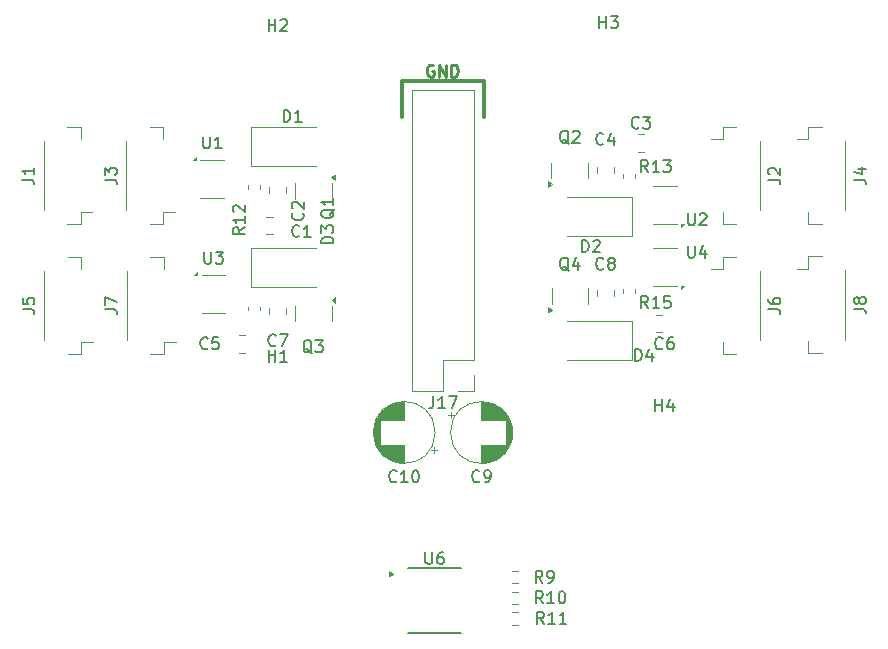
<source format=gbr>
%TF.GenerationSoftware,KiCad,Pcbnew,8.0.1*%
%TF.CreationDate,2024-04-19T02:09:13-07:00*%
%TF.ProjectId,CMOD_A7_Lower,434d4f44-5f41-4375-9f4c-6f7765722e6b,rev?*%
%TF.SameCoordinates,Original*%
%TF.FileFunction,Legend,Top*%
%TF.FilePolarity,Positive*%
%FSLAX46Y46*%
G04 Gerber Fmt 4.6, Leading zero omitted, Abs format (unit mm)*
G04 Created by KiCad (PCBNEW 8.0.1) date 2024-04-19 02:09:13*
%MOMM*%
%LPD*%
G01*
G04 APERTURE LIST*
%ADD10C,0.300000*%
%ADD11C,0.250000*%
%ADD12C,0.150000*%
%ADD13C,0.120000*%
G04 APERTURE END LIST*
D10*
X82500000Y-74500000D02*
X89500000Y-74500000D01*
X82500000Y-74500000D02*
X82500000Y-77500000D01*
X89500000Y-74500000D02*
X89500000Y-77500000D01*
D11*
X85176377Y-73162238D02*
X85081139Y-73114619D01*
X85081139Y-73114619D02*
X84938282Y-73114619D01*
X84938282Y-73114619D02*
X84795425Y-73162238D01*
X84795425Y-73162238D02*
X84700187Y-73257476D01*
X84700187Y-73257476D02*
X84652568Y-73352714D01*
X84652568Y-73352714D02*
X84604949Y-73543190D01*
X84604949Y-73543190D02*
X84604949Y-73686047D01*
X84604949Y-73686047D02*
X84652568Y-73876523D01*
X84652568Y-73876523D02*
X84700187Y-73971761D01*
X84700187Y-73971761D02*
X84795425Y-74067000D01*
X84795425Y-74067000D02*
X84938282Y-74114619D01*
X84938282Y-74114619D02*
X85033520Y-74114619D01*
X85033520Y-74114619D02*
X85176377Y-74067000D01*
X85176377Y-74067000D02*
X85223996Y-74019380D01*
X85223996Y-74019380D02*
X85223996Y-73686047D01*
X85223996Y-73686047D02*
X85033520Y-73686047D01*
X85652568Y-74114619D02*
X85652568Y-73114619D01*
X85652568Y-73114619D02*
X86223996Y-74114619D01*
X86223996Y-74114619D02*
X86223996Y-73114619D01*
X86700187Y-74114619D02*
X86700187Y-73114619D01*
X86700187Y-73114619D02*
X86938282Y-73114619D01*
X86938282Y-73114619D02*
X87081139Y-73162238D01*
X87081139Y-73162238D02*
X87176377Y-73257476D01*
X87176377Y-73257476D02*
X87223996Y-73352714D01*
X87223996Y-73352714D02*
X87271615Y-73543190D01*
X87271615Y-73543190D02*
X87271615Y-73686047D01*
X87271615Y-73686047D02*
X87223996Y-73876523D01*
X87223996Y-73876523D02*
X87176377Y-73971761D01*
X87176377Y-73971761D02*
X87081139Y-74067000D01*
X87081139Y-74067000D02*
X86938282Y-74114619D01*
X86938282Y-74114619D02*
X86700187Y-74114619D01*
D12*
X71238095Y-98254819D02*
X71238095Y-97254819D01*
X71238095Y-97731009D02*
X71809523Y-97731009D01*
X71809523Y-98254819D02*
X71809523Y-97254819D01*
X72809523Y-98254819D02*
X72238095Y-98254819D01*
X72523809Y-98254819D02*
X72523809Y-97254819D01*
X72523809Y-97254819D02*
X72428571Y-97397676D01*
X72428571Y-97397676D02*
X72333333Y-97492914D01*
X72333333Y-97492914D02*
X72238095Y-97540533D01*
X89083333Y-108359580D02*
X89035714Y-108407200D01*
X89035714Y-108407200D02*
X88892857Y-108454819D01*
X88892857Y-108454819D02*
X88797619Y-108454819D01*
X88797619Y-108454819D02*
X88654762Y-108407200D01*
X88654762Y-108407200D02*
X88559524Y-108311961D01*
X88559524Y-108311961D02*
X88511905Y-108216723D01*
X88511905Y-108216723D02*
X88464286Y-108026247D01*
X88464286Y-108026247D02*
X88464286Y-107883390D01*
X88464286Y-107883390D02*
X88511905Y-107692914D01*
X88511905Y-107692914D02*
X88559524Y-107597676D01*
X88559524Y-107597676D02*
X88654762Y-107502438D01*
X88654762Y-107502438D02*
X88797619Y-107454819D01*
X88797619Y-107454819D02*
X88892857Y-107454819D01*
X88892857Y-107454819D02*
X89035714Y-107502438D01*
X89035714Y-107502438D02*
X89083333Y-107550057D01*
X89559524Y-108454819D02*
X89750000Y-108454819D01*
X89750000Y-108454819D02*
X89845238Y-108407200D01*
X89845238Y-108407200D02*
X89892857Y-108359580D01*
X89892857Y-108359580D02*
X89988095Y-108216723D01*
X89988095Y-108216723D02*
X90035714Y-108026247D01*
X90035714Y-108026247D02*
X90035714Y-107645295D01*
X90035714Y-107645295D02*
X89988095Y-107550057D01*
X89988095Y-107550057D02*
X89940476Y-107502438D01*
X89940476Y-107502438D02*
X89845238Y-107454819D01*
X89845238Y-107454819D02*
X89654762Y-107454819D01*
X89654762Y-107454819D02*
X89559524Y-107502438D01*
X89559524Y-107502438D02*
X89511905Y-107550057D01*
X89511905Y-107550057D02*
X89464286Y-107645295D01*
X89464286Y-107645295D02*
X89464286Y-107883390D01*
X89464286Y-107883390D02*
X89511905Y-107978628D01*
X89511905Y-107978628D02*
X89559524Y-108026247D01*
X89559524Y-108026247D02*
X89654762Y-108073866D01*
X89654762Y-108073866D02*
X89845238Y-108073866D01*
X89845238Y-108073866D02*
X89940476Y-108026247D01*
X89940476Y-108026247D02*
X89988095Y-107978628D01*
X89988095Y-107978628D02*
X90035714Y-107883390D01*
X103357142Y-93704819D02*
X103023809Y-93228628D01*
X102785714Y-93704819D02*
X102785714Y-92704819D01*
X102785714Y-92704819D02*
X103166666Y-92704819D01*
X103166666Y-92704819D02*
X103261904Y-92752438D01*
X103261904Y-92752438D02*
X103309523Y-92800057D01*
X103309523Y-92800057D02*
X103357142Y-92895295D01*
X103357142Y-92895295D02*
X103357142Y-93038152D01*
X103357142Y-93038152D02*
X103309523Y-93133390D01*
X103309523Y-93133390D02*
X103261904Y-93181009D01*
X103261904Y-93181009D02*
X103166666Y-93228628D01*
X103166666Y-93228628D02*
X102785714Y-93228628D01*
X104309523Y-93704819D02*
X103738095Y-93704819D01*
X104023809Y-93704819D02*
X104023809Y-92704819D01*
X104023809Y-92704819D02*
X103928571Y-92847676D01*
X103928571Y-92847676D02*
X103833333Y-92942914D01*
X103833333Y-92942914D02*
X103738095Y-92990533D01*
X105214285Y-92704819D02*
X104738095Y-92704819D01*
X104738095Y-92704819D02*
X104690476Y-93181009D01*
X104690476Y-93181009D02*
X104738095Y-93133390D01*
X104738095Y-93133390D02*
X104833333Y-93085771D01*
X104833333Y-93085771D02*
X105071428Y-93085771D01*
X105071428Y-93085771D02*
X105166666Y-93133390D01*
X105166666Y-93133390D02*
X105214285Y-93181009D01*
X105214285Y-93181009D02*
X105261904Y-93276247D01*
X105261904Y-93276247D02*
X105261904Y-93514342D01*
X105261904Y-93514342D02*
X105214285Y-93609580D01*
X105214285Y-93609580D02*
X105166666Y-93657200D01*
X105166666Y-93657200D02*
X105071428Y-93704819D01*
X105071428Y-93704819D02*
X104833333Y-93704819D01*
X104833333Y-93704819D02*
X104738095Y-93657200D01*
X104738095Y-93657200D02*
X104690476Y-93609580D01*
X85170476Y-101194819D02*
X85170476Y-101909104D01*
X85170476Y-101909104D02*
X85122857Y-102051961D01*
X85122857Y-102051961D02*
X85027619Y-102147200D01*
X85027619Y-102147200D02*
X84884762Y-102194819D01*
X84884762Y-102194819D02*
X84789524Y-102194819D01*
X86170476Y-102194819D02*
X85599048Y-102194819D01*
X85884762Y-102194819D02*
X85884762Y-101194819D01*
X85884762Y-101194819D02*
X85789524Y-101337676D01*
X85789524Y-101337676D02*
X85694286Y-101432914D01*
X85694286Y-101432914D02*
X85599048Y-101480533D01*
X86503810Y-101194819D02*
X87170476Y-101194819D01*
X87170476Y-101194819D02*
X86741905Y-102194819D01*
X71833333Y-96859580D02*
X71785714Y-96907200D01*
X71785714Y-96907200D02*
X71642857Y-96954819D01*
X71642857Y-96954819D02*
X71547619Y-96954819D01*
X71547619Y-96954819D02*
X71404762Y-96907200D01*
X71404762Y-96907200D02*
X71309524Y-96811961D01*
X71309524Y-96811961D02*
X71261905Y-96716723D01*
X71261905Y-96716723D02*
X71214286Y-96526247D01*
X71214286Y-96526247D02*
X71214286Y-96383390D01*
X71214286Y-96383390D02*
X71261905Y-96192914D01*
X71261905Y-96192914D02*
X71309524Y-96097676D01*
X71309524Y-96097676D02*
X71404762Y-96002438D01*
X71404762Y-96002438D02*
X71547619Y-95954819D01*
X71547619Y-95954819D02*
X71642857Y-95954819D01*
X71642857Y-95954819D02*
X71785714Y-96002438D01*
X71785714Y-96002438D02*
X71833333Y-96050057D01*
X72166667Y-95954819D02*
X72833333Y-95954819D01*
X72833333Y-95954819D02*
X72404762Y-96954819D01*
X69204819Y-86892857D02*
X68728628Y-87226190D01*
X69204819Y-87464285D02*
X68204819Y-87464285D01*
X68204819Y-87464285D02*
X68204819Y-87083333D01*
X68204819Y-87083333D02*
X68252438Y-86988095D01*
X68252438Y-86988095D02*
X68300057Y-86940476D01*
X68300057Y-86940476D02*
X68395295Y-86892857D01*
X68395295Y-86892857D02*
X68538152Y-86892857D01*
X68538152Y-86892857D02*
X68633390Y-86940476D01*
X68633390Y-86940476D02*
X68681009Y-86988095D01*
X68681009Y-86988095D02*
X68728628Y-87083333D01*
X68728628Y-87083333D02*
X68728628Y-87464285D01*
X69204819Y-85940476D02*
X69204819Y-86511904D01*
X69204819Y-86226190D02*
X68204819Y-86226190D01*
X68204819Y-86226190D02*
X68347676Y-86321428D01*
X68347676Y-86321428D02*
X68442914Y-86416666D01*
X68442914Y-86416666D02*
X68490533Y-86511904D01*
X68300057Y-85559523D02*
X68252438Y-85511904D01*
X68252438Y-85511904D02*
X68204819Y-85416666D01*
X68204819Y-85416666D02*
X68204819Y-85178571D01*
X68204819Y-85178571D02*
X68252438Y-85083333D01*
X68252438Y-85083333D02*
X68300057Y-85035714D01*
X68300057Y-85035714D02*
X68395295Y-84988095D01*
X68395295Y-84988095D02*
X68490533Y-84988095D01*
X68490533Y-84988095D02*
X68633390Y-85035714D01*
X68633390Y-85035714D02*
X69204819Y-85607142D01*
X69204819Y-85607142D02*
X69204819Y-84988095D01*
X103988095Y-102454819D02*
X103988095Y-101454819D01*
X103988095Y-101931009D02*
X104559523Y-101931009D01*
X104559523Y-102454819D02*
X104559523Y-101454819D01*
X105464285Y-101788152D02*
X105464285Y-102454819D01*
X105226190Y-101407200D02*
X104988095Y-102121485D01*
X104988095Y-102121485D02*
X105607142Y-102121485D01*
X106738095Y-85704819D02*
X106738095Y-86514342D01*
X106738095Y-86514342D02*
X106785714Y-86609580D01*
X106785714Y-86609580D02*
X106833333Y-86657200D01*
X106833333Y-86657200D02*
X106928571Y-86704819D01*
X106928571Y-86704819D02*
X107119047Y-86704819D01*
X107119047Y-86704819D02*
X107214285Y-86657200D01*
X107214285Y-86657200D02*
X107261904Y-86609580D01*
X107261904Y-86609580D02*
X107309523Y-86514342D01*
X107309523Y-86514342D02*
X107309523Y-85704819D01*
X107738095Y-85800057D02*
X107785714Y-85752438D01*
X107785714Y-85752438D02*
X107880952Y-85704819D01*
X107880952Y-85704819D02*
X108119047Y-85704819D01*
X108119047Y-85704819D02*
X108214285Y-85752438D01*
X108214285Y-85752438D02*
X108261904Y-85800057D01*
X108261904Y-85800057D02*
X108309523Y-85895295D01*
X108309523Y-85895295D02*
X108309523Y-85990533D01*
X108309523Y-85990533D02*
X108261904Y-86133390D01*
X108261904Y-86133390D02*
X107690476Y-86704819D01*
X107690476Y-86704819D02*
X108309523Y-86704819D01*
X50354819Y-82833333D02*
X51069104Y-82833333D01*
X51069104Y-82833333D02*
X51211961Y-82880952D01*
X51211961Y-82880952D02*
X51307200Y-82976190D01*
X51307200Y-82976190D02*
X51354819Y-83119047D01*
X51354819Y-83119047D02*
X51354819Y-83214285D01*
X51354819Y-81833333D02*
X51354819Y-82404761D01*
X51354819Y-82119047D02*
X50354819Y-82119047D01*
X50354819Y-82119047D02*
X50497676Y-82214285D01*
X50497676Y-82214285D02*
X50592914Y-82309523D01*
X50592914Y-82309523D02*
X50640533Y-82404761D01*
X57354819Y-82833333D02*
X58069104Y-82833333D01*
X58069104Y-82833333D02*
X58211961Y-82880952D01*
X58211961Y-82880952D02*
X58307200Y-82976190D01*
X58307200Y-82976190D02*
X58354819Y-83119047D01*
X58354819Y-83119047D02*
X58354819Y-83214285D01*
X57354819Y-82452380D02*
X57354819Y-81833333D01*
X57354819Y-81833333D02*
X57735771Y-82166666D01*
X57735771Y-82166666D02*
X57735771Y-82023809D01*
X57735771Y-82023809D02*
X57783390Y-81928571D01*
X57783390Y-81928571D02*
X57831009Y-81880952D01*
X57831009Y-81880952D02*
X57926247Y-81833333D01*
X57926247Y-81833333D02*
X58164342Y-81833333D01*
X58164342Y-81833333D02*
X58259580Y-81880952D01*
X58259580Y-81880952D02*
X58307200Y-81928571D01*
X58307200Y-81928571D02*
X58354819Y-82023809D01*
X58354819Y-82023809D02*
X58354819Y-82309523D01*
X58354819Y-82309523D02*
X58307200Y-82404761D01*
X58307200Y-82404761D02*
X58259580Y-82452380D01*
X97761905Y-88954819D02*
X97761905Y-87954819D01*
X97761905Y-87954819D02*
X98000000Y-87954819D01*
X98000000Y-87954819D02*
X98142857Y-88002438D01*
X98142857Y-88002438D02*
X98238095Y-88097676D01*
X98238095Y-88097676D02*
X98285714Y-88192914D01*
X98285714Y-88192914D02*
X98333333Y-88383390D01*
X98333333Y-88383390D02*
X98333333Y-88526247D01*
X98333333Y-88526247D02*
X98285714Y-88716723D01*
X98285714Y-88716723D02*
X98238095Y-88811961D01*
X98238095Y-88811961D02*
X98142857Y-88907200D01*
X98142857Y-88907200D02*
X98000000Y-88954819D01*
X98000000Y-88954819D02*
X97761905Y-88954819D01*
X98714286Y-88050057D02*
X98761905Y-88002438D01*
X98761905Y-88002438D02*
X98857143Y-87954819D01*
X98857143Y-87954819D02*
X99095238Y-87954819D01*
X99095238Y-87954819D02*
X99190476Y-88002438D01*
X99190476Y-88002438D02*
X99238095Y-88050057D01*
X99238095Y-88050057D02*
X99285714Y-88145295D01*
X99285714Y-88145295D02*
X99285714Y-88240533D01*
X99285714Y-88240533D02*
X99238095Y-88383390D01*
X99238095Y-88383390D02*
X98666667Y-88954819D01*
X98666667Y-88954819D02*
X99285714Y-88954819D01*
X96654761Y-79800057D02*
X96559523Y-79752438D01*
X96559523Y-79752438D02*
X96464285Y-79657200D01*
X96464285Y-79657200D02*
X96321428Y-79514342D01*
X96321428Y-79514342D02*
X96226190Y-79466723D01*
X96226190Y-79466723D02*
X96130952Y-79466723D01*
X96178571Y-79704819D02*
X96083333Y-79657200D01*
X96083333Y-79657200D02*
X95988095Y-79561961D01*
X95988095Y-79561961D02*
X95940476Y-79371485D01*
X95940476Y-79371485D02*
X95940476Y-79038152D01*
X95940476Y-79038152D02*
X95988095Y-78847676D01*
X95988095Y-78847676D02*
X96083333Y-78752438D01*
X96083333Y-78752438D02*
X96178571Y-78704819D01*
X96178571Y-78704819D02*
X96369047Y-78704819D01*
X96369047Y-78704819D02*
X96464285Y-78752438D01*
X96464285Y-78752438D02*
X96559523Y-78847676D01*
X96559523Y-78847676D02*
X96607142Y-79038152D01*
X96607142Y-79038152D02*
X96607142Y-79371485D01*
X96607142Y-79371485D02*
X96559523Y-79561961D01*
X96559523Y-79561961D02*
X96464285Y-79657200D01*
X96464285Y-79657200D02*
X96369047Y-79704819D01*
X96369047Y-79704819D02*
X96178571Y-79704819D01*
X96988095Y-78800057D02*
X97035714Y-78752438D01*
X97035714Y-78752438D02*
X97130952Y-78704819D01*
X97130952Y-78704819D02*
X97369047Y-78704819D01*
X97369047Y-78704819D02*
X97464285Y-78752438D01*
X97464285Y-78752438D02*
X97511904Y-78800057D01*
X97511904Y-78800057D02*
X97559523Y-78895295D01*
X97559523Y-78895295D02*
X97559523Y-78990533D01*
X97559523Y-78990533D02*
X97511904Y-79133390D01*
X97511904Y-79133390D02*
X96940476Y-79704819D01*
X96940476Y-79704819D02*
X97559523Y-79704819D01*
X120804819Y-82833333D02*
X121519104Y-82833333D01*
X121519104Y-82833333D02*
X121661961Y-82880952D01*
X121661961Y-82880952D02*
X121757200Y-82976190D01*
X121757200Y-82976190D02*
X121804819Y-83119047D01*
X121804819Y-83119047D02*
X121804819Y-83214285D01*
X121138152Y-81928571D02*
X121804819Y-81928571D01*
X120757200Y-82166666D02*
X121471485Y-82404761D01*
X121471485Y-82404761D02*
X121471485Y-81785714D01*
X65788095Y-88954819D02*
X65788095Y-89764342D01*
X65788095Y-89764342D02*
X65835714Y-89859580D01*
X65835714Y-89859580D02*
X65883333Y-89907200D01*
X65883333Y-89907200D02*
X65978571Y-89954819D01*
X65978571Y-89954819D02*
X66169047Y-89954819D01*
X66169047Y-89954819D02*
X66264285Y-89907200D01*
X66264285Y-89907200D02*
X66311904Y-89859580D01*
X66311904Y-89859580D02*
X66359523Y-89764342D01*
X66359523Y-89764342D02*
X66359523Y-88954819D01*
X66740476Y-88954819D02*
X67359523Y-88954819D01*
X67359523Y-88954819D02*
X67026190Y-89335771D01*
X67026190Y-89335771D02*
X67169047Y-89335771D01*
X67169047Y-89335771D02*
X67264285Y-89383390D01*
X67264285Y-89383390D02*
X67311904Y-89431009D01*
X67311904Y-89431009D02*
X67359523Y-89526247D01*
X67359523Y-89526247D02*
X67359523Y-89764342D01*
X67359523Y-89764342D02*
X67311904Y-89859580D01*
X67311904Y-89859580D02*
X67264285Y-89907200D01*
X67264285Y-89907200D02*
X67169047Y-89954819D01*
X67169047Y-89954819D02*
X66883333Y-89954819D01*
X66883333Y-89954819D02*
X66788095Y-89907200D01*
X66788095Y-89907200D02*
X66740476Y-89859580D01*
X99238095Y-70004819D02*
X99238095Y-69004819D01*
X99238095Y-69481009D02*
X99809523Y-69481009D01*
X99809523Y-70004819D02*
X99809523Y-69004819D01*
X100190476Y-69004819D02*
X100809523Y-69004819D01*
X100809523Y-69004819D02*
X100476190Y-69385771D01*
X100476190Y-69385771D02*
X100619047Y-69385771D01*
X100619047Y-69385771D02*
X100714285Y-69433390D01*
X100714285Y-69433390D02*
X100761904Y-69481009D01*
X100761904Y-69481009D02*
X100809523Y-69576247D01*
X100809523Y-69576247D02*
X100809523Y-69814342D01*
X100809523Y-69814342D02*
X100761904Y-69909580D01*
X100761904Y-69909580D02*
X100714285Y-69957200D01*
X100714285Y-69957200D02*
X100619047Y-70004819D01*
X100619047Y-70004819D02*
X100333333Y-70004819D01*
X100333333Y-70004819D02*
X100238095Y-69957200D01*
X100238095Y-69957200D02*
X100190476Y-69909580D01*
X94420833Y-116954819D02*
X94087500Y-116478628D01*
X93849405Y-116954819D02*
X93849405Y-115954819D01*
X93849405Y-115954819D02*
X94230357Y-115954819D01*
X94230357Y-115954819D02*
X94325595Y-116002438D01*
X94325595Y-116002438D02*
X94373214Y-116050057D01*
X94373214Y-116050057D02*
X94420833Y-116145295D01*
X94420833Y-116145295D02*
X94420833Y-116288152D01*
X94420833Y-116288152D02*
X94373214Y-116383390D01*
X94373214Y-116383390D02*
X94325595Y-116431009D01*
X94325595Y-116431009D02*
X94230357Y-116478628D01*
X94230357Y-116478628D02*
X93849405Y-116478628D01*
X94897024Y-116954819D02*
X95087500Y-116954819D01*
X95087500Y-116954819D02*
X95182738Y-116907200D01*
X95182738Y-116907200D02*
X95230357Y-116859580D01*
X95230357Y-116859580D02*
X95325595Y-116716723D01*
X95325595Y-116716723D02*
X95373214Y-116526247D01*
X95373214Y-116526247D02*
X95373214Y-116145295D01*
X95373214Y-116145295D02*
X95325595Y-116050057D01*
X95325595Y-116050057D02*
X95277976Y-116002438D01*
X95277976Y-116002438D02*
X95182738Y-115954819D01*
X95182738Y-115954819D02*
X94992262Y-115954819D01*
X94992262Y-115954819D02*
X94897024Y-116002438D01*
X94897024Y-116002438D02*
X94849405Y-116050057D01*
X94849405Y-116050057D02*
X94801786Y-116145295D01*
X94801786Y-116145295D02*
X94801786Y-116383390D01*
X94801786Y-116383390D02*
X94849405Y-116478628D01*
X94849405Y-116478628D02*
X94897024Y-116526247D01*
X94897024Y-116526247D02*
X94992262Y-116573866D01*
X94992262Y-116573866D02*
X95182738Y-116573866D01*
X95182738Y-116573866D02*
X95277976Y-116526247D01*
X95277976Y-116526247D02*
X95325595Y-116478628D01*
X95325595Y-116478628D02*
X95373214Y-116383390D01*
X102583333Y-78429580D02*
X102535714Y-78477200D01*
X102535714Y-78477200D02*
X102392857Y-78524819D01*
X102392857Y-78524819D02*
X102297619Y-78524819D01*
X102297619Y-78524819D02*
X102154762Y-78477200D01*
X102154762Y-78477200D02*
X102059524Y-78381961D01*
X102059524Y-78381961D02*
X102011905Y-78286723D01*
X102011905Y-78286723D02*
X101964286Y-78096247D01*
X101964286Y-78096247D02*
X101964286Y-77953390D01*
X101964286Y-77953390D02*
X102011905Y-77762914D01*
X102011905Y-77762914D02*
X102059524Y-77667676D01*
X102059524Y-77667676D02*
X102154762Y-77572438D01*
X102154762Y-77572438D02*
X102297619Y-77524819D01*
X102297619Y-77524819D02*
X102392857Y-77524819D01*
X102392857Y-77524819D02*
X102535714Y-77572438D01*
X102535714Y-77572438D02*
X102583333Y-77620057D01*
X102916667Y-77524819D02*
X103535714Y-77524819D01*
X103535714Y-77524819D02*
X103202381Y-77905771D01*
X103202381Y-77905771D02*
X103345238Y-77905771D01*
X103345238Y-77905771D02*
X103440476Y-77953390D01*
X103440476Y-77953390D02*
X103488095Y-78001009D01*
X103488095Y-78001009D02*
X103535714Y-78096247D01*
X103535714Y-78096247D02*
X103535714Y-78334342D01*
X103535714Y-78334342D02*
X103488095Y-78429580D01*
X103488095Y-78429580D02*
X103440476Y-78477200D01*
X103440476Y-78477200D02*
X103345238Y-78524819D01*
X103345238Y-78524819D02*
X103059524Y-78524819D01*
X103059524Y-78524819D02*
X102964286Y-78477200D01*
X102964286Y-78477200D02*
X102916667Y-78429580D01*
X96654761Y-90550057D02*
X96559523Y-90502438D01*
X96559523Y-90502438D02*
X96464285Y-90407200D01*
X96464285Y-90407200D02*
X96321428Y-90264342D01*
X96321428Y-90264342D02*
X96226190Y-90216723D01*
X96226190Y-90216723D02*
X96130952Y-90216723D01*
X96178571Y-90454819D02*
X96083333Y-90407200D01*
X96083333Y-90407200D02*
X95988095Y-90311961D01*
X95988095Y-90311961D02*
X95940476Y-90121485D01*
X95940476Y-90121485D02*
X95940476Y-89788152D01*
X95940476Y-89788152D02*
X95988095Y-89597676D01*
X95988095Y-89597676D02*
X96083333Y-89502438D01*
X96083333Y-89502438D02*
X96178571Y-89454819D01*
X96178571Y-89454819D02*
X96369047Y-89454819D01*
X96369047Y-89454819D02*
X96464285Y-89502438D01*
X96464285Y-89502438D02*
X96559523Y-89597676D01*
X96559523Y-89597676D02*
X96607142Y-89788152D01*
X96607142Y-89788152D02*
X96607142Y-90121485D01*
X96607142Y-90121485D02*
X96559523Y-90311961D01*
X96559523Y-90311961D02*
X96464285Y-90407200D01*
X96464285Y-90407200D02*
X96369047Y-90454819D01*
X96369047Y-90454819D02*
X96178571Y-90454819D01*
X97464285Y-89788152D02*
X97464285Y-90454819D01*
X97226190Y-89407200D02*
X96988095Y-90121485D01*
X96988095Y-90121485D02*
X97607142Y-90121485D01*
X106738095Y-88454819D02*
X106738095Y-89264342D01*
X106738095Y-89264342D02*
X106785714Y-89359580D01*
X106785714Y-89359580D02*
X106833333Y-89407200D01*
X106833333Y-89407200D02*
X106928571Y-89454819D01*
X106928571Y-89454819D02*
X107119047Y-89454819D01*
X107119047Y-89454819D02*
X107214285Y-89407200D01*
X107214285Y-89407200D02*
X107261904Y-89359580D01*
X107261904Y-89359580D02*
X107309523Y-89264342D01*
X107309523Y-89264342D02*
X107309523Y-88454819D01*
X108214285Y-88788152D02*
X108214285Y-89454819D01*
X107976190Y-88407200D02*
X107738095Y-89121485D01*
X107738095Y-89121485D02*
X108357142Y-89121485D01*
X99583333Y-79809580D02*
X99535714Y-79857200D01*
X99535714Y-79857200D02*
X99392857Y-79904819D01*
X99392857Y-79904819D02*
X99297619Y-79904819D01*
X99297619Y-79904819D02*
X99154762Y-79857200D01*
X99154762Y-79857200D02*
X99059524Y-79761961D01*
X99059524Y-79761961D02*
X99011905Y-79666723D01*
X99011905Y-79666723D02*
X98964286Y-79476247D01*
X98964286Y-79476247D02*
X98964286Y-79333390D01*
X98964286Y-79333390D02*
X99011905Y-79142914D01*
X99011905Y-79142914D02*
X99059524Y-79047676D01*
X99059524Y-79047676D02*
X99154762Y-78952438D01*
X99154762Y-78952438D02*
X99297619Y-78904819D01*
X99297619Y-78904819D02*
X99392857Y-78904819D01*
X99392857Y-78904819D02*
X99535714Y-78952438D01*
X99535714Y-78952438D02*
X99583333Y-79000057D01*
X100440476Y-79238152D02*
X100440476Y-79904819D01*
X100202381Y-78857200D02*
X99964286Y-79571485D01*
X99964286Y-79571485D02*
X100583333Y-79571485D01*
X65688095Y-79204819D02*
X65688095Y-80014342D01*
X65688095Y-80014342D02*
X65735714Y-80109580D01*
X65735714Y-80109580D02*
X65783333Y-80157200D01*
X65783333Y-80157200D02*
X65878571Y-80204819D01*
X65878571Y-80204819D02*
X66069047Y-80204819D01*
X66069047Y-80204819D02*
X66164285Y-80157200D01*
X66164285Y-80157200D02*
X66211904Y-80109580D01*
X66211904Y-80109580D02*
X66259523Y-80014342D01*
X66259523Y-80014342D02*
X66259523Y-79204819D01*
X67259523Y-80204819D02*
X66688095Y-80204819D01*
X66973809Y-80204819D02*
X66973809Y-79204819D01*
X66973809Y-79204819D02*
X66878571Y-79347676D01*
X66878571Y-79347676D02*
X66783333Y-79442914D01*
X66783333Y-79442914D02*
X66688095Y-79490533D01*
X57404819Y-93833333D02*
X58119104Y-93833333D01*
X58119104Y-93833333D02*
X58261961Y-93880952D01*
X58261961Y-93880952D02*
X58357200Y-93976190D01*
X58357200Y-93976190D02*
X58404819Y-94119047D01*
X58404819Y-94119047D02*
X58404819Y-94214285D01*
X57404819Y-93452380D02*
X57404819Y-92785714D01*
X57404819Y-92785714D02*
X58404819Y-93214285D01*
X102261905Y-98204819D02*
X102261905Y-97204819D01*
X102261905Y-97204819D02*
X102500000Y-97204819D01*
X102500000Y-97204819D02*
X102642857Y-97252438D01*
X102642857Y-97252438D02*
X102738095Y-97347676D01*
X102738095Y-97347676D02*
X102785714Y-97442914D01*
X102785714Y-97442914D02*
X102833333Y-97633390D01*
X102833333Y-97633390D02*
X102833333Y-97776247D01*
X102833333Y-97776247D02*
X102785714Y-97966723D01*
X102785714Y-97966723D02*
X102738095Y-98061961D01*
X102738095Y-98061961D02*
X102642857Y-98157200D01*
X102642857Y-98157200D02*
X102500000Y-98204819D01*
X102500000Y-98204819D02*
X102261905Y-98204819D01*
X103690476Y-97538152D02*
X103690476Y-98204819D01*
X103452381Y-97157200D02*
X103214286Y-97871485D01*
X103214286Y-97871485D02*
X103833333Y-97871485D01*
X66083333Y-97109580D02*
X66035714Y-97157200D01*
X66035714Y-97157200D02*
X65892857Y-97204819D01*
X65892857Y-97204819D02*
X65797619Y-97204819D01*
X65797619Y-97204819D02*
X65654762Y-97157200D01*
X65654762Y-97157200D02*
X65559524Y-97061961D01*
X65559524Y-97061961D02*
X65511905Y-96966723D01*
X65511905Y-96966723D02*
X65464286Y-96776247D01*
X65464286Y-96776247D02*
X65464286Y-96633390D01*
X65464286Y-96633390D02*
X65511905Y-96442914D01*
X65511905Y-96442914D02*
X65559524Y-96347676D01*
X65559524Y-96347676D02*
X65654762Y-96252438D01*
X65654762Y-96252438D02*
X65797619Y-96204819D01*
X65797619Y-96204819D02*
X65892857Y-96204819D01*
X65892857Y-96204819D02*
X66035714Y-96252438D01*
X66035714Y-96252438D02*
X66083333Y-96300057D01*
X66988095Y-96204819D02*
X66511905Y-96204819D01*
X66511905Y-96204819D02*
X66464286Y-96681009D01*
X66464286Y-96681009D02*
X66511905Y-96633390D01*
X66511905Y-96633390D02*
X66607143Y-96585771D01*
X66607143Y-96585771D02*
X66845238Y-96585771D01*
X66845238Y-96585771D02*
X66940476Y-96633390D01*
X66940476Y-96633390D02*
X66988095Y-96681009D01*
X66988095Y-96681009D02*
X67035714Y-96776247D01*
X67035714Y-96776247D02*
X67035714Y-97014342D01*
X67035714Y-97014342D02*
X66988095Y-97109580D01*
X66988095Y-97109580D02*
X66940476Y-97157200D01*
X66940476Y-97157200D02*
X66845238Y-97204819D01*
X66845238Y-97204819D02*
X66607143Y-97204819D01*
X66607143Y-97204819D02*
X66511905Y-97157200D01*
X66511905Y-97157200D02*
X66464286Y-97109580D01*
X94444642Y-118704819D02*
X94111309Y-118228628D01*
X93873214Y-118704819D02*
X93873214Y-117704819D01*
X93873214Y-117704819D02*
X94254166Y-117704819D01*
X94254166Y-117704819D02*
X94349404Y-117752438D01*
X94349404Y-117752438D02*
X94397023Y-117800057D01*
X94397023Y-117800057D02*
X94444642Y-117895295D01*
X94444642Y-117895295D02*
X94444642Y-118038152D01*
X94444642Y-118038152D02*
X94397023Y-118133390D01*
X94397023Y-118133390D02*
X94349404Y-118181009D01*
X94349404Y-118181009D02*
X94254166Y-118228628D01*
X94254166Y-118228628D02*
X93873214Y-118228628D01*
X95397023Y-118704819D02*
X94825595Y-118704819D01*
X95111309Y-118704819D02*
X95111309Y-117704819D01*
X95111309Y-117704819D02*
X95016071Y-117847676D01*
X95016071Y-117847676D02*
X94920833Y-117942914D01*
X94920833Y-117942914D02*
X94825595Y-117990533D01*
X96016071Y-117704819D02*
X96111309Y-117704819D01*
X96111309Y-117704819D02*
X96206547Y-117752438D01*
X96206547Y-117752438D02*
X96254166Y-117800057D01*
X96254166Y-117800057D02*
X96301785Y-117895295D01*
X96301785Y-117895295D02*
X96349404Y-118085771D01*
X96349404Y-118085771D02*
X96349404Y-118323866D01*
X96349404Y-118323866D02*
X96301785Y-118514342D01*
X96301785Y-118514342D02*
X96254166Y-118609580D01*
X96254166Y-118609580D02*
X96206547Y-118657200D01*
X96206547Y-118657200D02*
X96111309Y-118704819D01*
X96111309Y-118704819D02*
X96016071Y-118704819D01*
X96016071Y-118704819D02*
X95920833Y-118657200D01*
X95920833Y-118657200D02*
X95873214Y-118609580D01*
X95873214Y-118609580D02*
X95825595Y-118514342D01*
X95825595Y-118514342D02*
X95777976Y-118323866D01*
X95777976Y-118323866D02*
X95777976Y-118085771D01*
X95777976Y-118085771D02*
X95825595Y-117895295D01*
X95825595Y-117895295D02*
X95873214Y-117800057D01*
X95873214Y-117800057D02*
X95920833Y-117752438D01*
X95920833Y-117752438D02*
X96016071Y-117704819D01*
X104583333Y-97109580D02*
X104535714Y-97157200D01*
X104535714Y-97157200D02*
X104392857Y-97204819D01*
X104392857Y-97204819D02*
X104297619Y-97204819D01*
X104297619Y-97204819D02*
X104154762Y-97157200D01*
X104154762Y-97157200D02*
X104059524Y-97061961D01*
X104059524Y-97061961D02*
X104011905Y-96966723D01*
X104011905Y-96966723D02*
X103964286Y-96776247D01*
X103964286Y-96776247D02*
X103964286Y-96633390D01*
X103964286Y-96633390D02*
X104011905Y-96442914D01*
X104011905Y-96442914D02*
X104059524Y-96347676D01*
X104059524Y-96347676D02*
X104154762Y-96252438D01*
X104154762Y-96252438D02*
X104297619Y-96204819D01*
X104297619Y-96204819D02*
X104392857Y-96204819D01*
X104392857Y-96204819D02*
X104535714Y-96252438D01*
X104535714Y-96252438D02*
X104583333Y-96300057D01*
X105440476Y-96204819D02*
X105250000Y-96204819D01*
X105250000Y-96204819D02*
X105154762Y-96252438D01*
X105154762Y-96252438D02*
X105107143Y-96300057D01*
X105107143Y-96300057D02*
X105011905Y-96442914D01*
X105011905Y-96442914D02*
X104964286Y-96633390D01*
X104964286Y-96633390D02*
X104964286Y-97014342D01*
X104964286Y-97014342D02*
X105011905Y-97109580D01*
X105011905Y-97109580D02*
X105059524Y-97157200D01*
X105059524Y-97157200D02*
X105154762Y-97204819D01*
X105154762Y-97204819D02*
X105345238Y-97204819D01*
X105345238Y-97204819D02*
X105440476Y-97157200D01*
X105440476Y-97157200D02*
X105488095Y-97109580D01*
X105488095Y-97109580D02*
X105535714Y-97014342D01*
X105535714Y-97014342D02*
X105535714Y-96776247D01*
X105535714Y-96776247D02*
X105488095Y-96681009D01*
X105488095Y-96681009D02*
X105440476Y-96633390D01*
X105440476Y-96633390D02*
X105345238Y-96585771D01*
X105345238Y-96585771D02*
X105154762Y-96585771D01*
X105154762Y-96585771D02*
X105059524Y-96633390D01*
X105059524Y-96633390D02*
X105011905Y-96681009D01*
X105011905Y-96681009D02*
X104964286Y-96776247D01*
X84513095Y-114379819D02*
X84513095Y-115189342D01*
X84513095Y-115189342D02*
X84560714Y-115284580D01*
X84560714Y-115284580D02*
X84608333Y-115332200D01*
X84608333Y-115332200D02*
X84703571Y-115379819D01*
X84703571Y-115379819D02*
X84894047Y-115379819D01*
X84894047Y-115379819D02*
X84989285Y-115332200D01*
X84989285Y-115332200D02*
X85036904Y-115284580D01*
X85036904Y-115284580D02*
X85084523Y-115189342D01*
X85084523Y-115189342D02*
X85084523Y-114379819D01*
X85989285Y-114379819D02*
X85798809Y-114379819D01*
X85798809Y-114379819D02*
X85703571Y-114427438D01*
X85703571Y-114427438D02*
X85655952Y-114475057D01*
X85655952Y-114475057D02*
X85560714Y-114617914D01*
X85560714Y-114617914D02*
X85513095Y-114808390D01*
X85513095Y-114808390D02*
X85513095Y-115189342D01*
X85513095Y-115189342D02*
X85560714Y-115284580D01*
X85560714Y-115284580D02*
X85608333Y-115332200D01*
X85608333Y-115332200D02*
X85703571Y-115379819D01*
X85703571Y-115379819D02*
X85894047Y-115379819D01*
X85894047Y-115379819D02*
X85989285Y-115332200D01*
X85989285Y-115332200D02*
X86036904Y-115284580D01*
X86036904Y-115284580D02*
X86084523Y-115189342D01*
X86084523Y-115189342D02*
X86084523Y-114951247D01*
X86084523Y-114951247D02*
X86036904Y-114856009D01*
X86036904Y-114856009D02*
X85989285Y-114808390D01*
X85989285Y-114808390D02*
X85894047Y-114760771D01*
X85894047Y-114760771D02*
X85703571Y-114760771D01*
X85703571Y-114760771D02*
X85608333Y-114808390D01*
X85608333Y-114808390D02*
X85560714Y-114856009D01*
X85560714Y-114856009D02*
X85513095Y-114951247D01*
X71238095Y-70254819D02*
X71238095Y-69254819D01*
X71238095Y-69731009D02*
X71809523Y-69731009D01*
X71809523Y-70254819D02*
X71809523Y-69254819D01*
X72238095Y-69350057D02*
X72285714Y-69302438D01*
X72285714Y-69302438D02*
X72380952Y-69254819D01*
X72380952Y-69254819D02*
X72619047Y-69254819D01*
X72619047Y-69254819D02*
X72714285Y-69302438D01*
X72714285Y-69302438D02*
X72761904Y-69350057D01*
X72761904Y-69350057D02*
X72809523Y-69445295D01*
X72809523Y-69445295D02*
X72809523Y-69540533D01*
X72809523Y-69540533D02*
X72761904Y-69683390D01*
X72761904Y-69683390D02*
X72190476Y-70254819D01*
X72190476Y-70254819D02*
X72809523Y-70254819D01*
X120804819Y-93783333D02*
X121519104Y-93783333D01*
X121519104Y-93783333D02*
X121661961Y-93830952D01*
X121661961Y-93830952D02*
X121757200Y-93926190D01*
X121757200Y-93926190D02*
X121804819Y-94069047D01*
X121804819Y-94069047D02*
X121804819Y-94164285D01*
X121233390Y-93164285D02*
X121185771Y-93259523D01*
X121185771Y-93259523D02*
X121138152Y-93307142D01*
X121138152Y-93307142D02*
X121042914Y-93354761D01*
X121042914Y-93354761D02*
X120995295Y-93354761D01*
X120995295Y-93354761D02*
X120900057Y-93307142D01*
X120900057Y-93307142D02*
X120852438Y-93259523D01*
X120852438Y-93259523D02*
X120804819Y-93164285D01*
X120804819Y-93164285D02*
X120804819Y-92973809D01*
X120804819Y-92973809D02*
X120852438Y-92878571D01*
X120852438Y-92878571D02*
X120900057Y-92830952D01*
X120900057Y-92830952D02*
X120995295Y-92783333D01*
X120995295Y-92783333D02*
X121042914Y-92783333D01*
X121042914Y-92783333D02*
X121138152Y-92830952D01*
X121138152Y-92830952D02*
X121185771Y-92878571D01*
X121185771Y-92878571D02*
X121233390Y-92973809D01*
X121233390Y-92973809D02*
X121233390Y-93164285D01*
X121233390Y-93164285D02*
X121281009Y-93259523D01*
X121281009Y-93259523D02*
X121328628Y-93307142D01*
X121328628Y-93307142D02*
X121423866Y-93354761D01*
X121423866Y-93354761D02*
X121614342Y-93354761D01*
X121614342Y-93354761D02*
X121709580Y-93307142D01*
X121709580Y-93307142D02*
X121757200Y-93259523D01*
X121757200Y-93259523D02*
X121804819Y-93164285D01*
X121804819Y-93164285D02*
X121804819Y-92973809D01*
X121804819Y-92973809D02*
X121757200Y-92878571D01*
X121757200Y-92878571D02*
X121709580Y-92830952D01*
X121709580Y-92830952D02*
X121614342Y-92783333D01*
X121614342Y-92783333D02*
X121423866Y-92783333D01*
X121423866Y-92783333D02*
X121328628Y-92830952D01*
X121328628Y-92830952D02*
X121281009Y-92878571D01*
X121281009Y-92878571D02*
X121233390Y-92973809D01*
X103357142Y-82204819D02*
X103023809Y-81728628D01*
X102785714Y-82204819D02*
X102785714Y-81204819D01*
X102785714Y-81204819D02*
X103166666Y-81204819D01*
X103166666Y-81204819D02*
X103261904Y-81252438D01*
X103261904Y-81252438D02*
X103309523Y-81300057D01*
X103309523Y-81300057D02*
X103357142Y-81395295D01*
X103357142Y-81395295D02*
X103357142Y-81538152D01*
X103357142Y-81538152D02*
X103309523Y-81633390D01*
X103309523Y-81633390D02*
X103261904Y-81681009D01*
X103261904Y-81681009D02*
X103166666Y-81728628D01*
X103166666Y-81728628D02*
X102785714Y-81728628D01*
X104309523Y-82204819D02*
X103738095Y-82204819D01*
X104023809Y-82204819D02*
X104023809Y-81204819D01*
X104023809Y-81204819D02*
X103928571Y-81347676D01*
X103928571Y-81347676D02*
X103833333Y-81442914D01*
X103833333Y-81442914D02*
X103738095Y-81490533D01*
X104642857Y-81204819D02*
X105261904Y-81204819D01*
X105261904Y-81204819D02*
X104928571Y-81585771D01*
X104928571Y-81585771D02*
X105071428Y-81585771D01*
X105071428Y-81585771D02*
X105166666Y-81633390D01*
X105166666Y-81633390D02*
X105214285Y-81681009D01*
X105214285Y-81681009D02*
X105261904Y-81776247D01*
X105261904Y-81776247D02*
X105261904Y-82014342D01*
X105261904Y-82014342D02*
X105214285Y-82109580D01*
X105214285Y-82109580D02*
X105166666Y-82157200D01*
X105166666Y-82157200D02*
X105071428Y-82204819D01*
X105071428Y-82204819D02*
X104785714Y-82204819D01*
X104785714Y-82204819D02*
X104690476Y-82157200D01*
X104690476Y-82157200D02*
X104642857Y-82109580D01*
X76800057Y-85345238D02*
X76752438Y-85440476D01*
X76752438Y-85440476D02*
X76657200Y-85535714D01*
X76657200Y-85535714D02*
X76514342Y-85678571D01*
X76514342Y-85678571D02*
X76466723Y-85773809D01*
X76466723Y-85773809D02*
X76466723Y-85869047D01*
X76704819Y-85821428D02*
X76657200Y-85916666D01*
X76657200Y-85916666D02*
X76561961Y-86011904D01*
X76561961Y-86011904D02*
X76371485Y-86059523D01*
X76371485Y-86059523D02*
X76038152Y-86059523D01*
X76038152Y-86059523D02*
X75847676Y-86011904D01*
X75847676Y-86011904D02*
X75752438Y-85916666D01*
X75752438Y-85916666D02*
X75704819Y-85821428D01*
X75704819Y-85821428D02*
X75704819Y-85630952D01*
X75704819Y-85630952D02*
X75752438Y-85535714D01*
X75752438Y-85535714D02*
X75847676Y-85440476D01*
X75847676Y-85440476D02*
X76038152Y-85392857D01*
X76038152Y-85392857D02*
X76371485Y-85392857D01*
X76371485Y-85392857D02*
X76561961Y-85440476D01*
X76561961Y-85440476D02*
X76657200Y-85535714D01*
X76657200Y-85535714D02*
X76704819Y-85630952D01*
X76704819Y-85630952D02*
X76704819Y-85821428D01*
X76704819Y-84440476D02*
X76704819Y-85011904D01*
X76704819Y-84726190D02*
X75704819Y-84726190D01*
X75704819Y-84726190D02*
X75847676Y-84821428D01*
X75847676Y-84821428D02*
X75942914Y-84916666D01*
X75942914Y-84916666D02*
X75990533Y-85011904D01*
X76704819Y-88238094D02*
X75704819Y-88238094D01*
X75704819Y-88238094D02*
X75704819Y-87999999D01*
X75704819Y-87999999D02*
X75752438Y-87857142D01*
X75752438Y-87857142D02*
X75847676Y-87761904D01*
X75847676Y-87761904D02*
X75942914Y-87714285D01*
X75942914Y-87714285D02*
X76133390Y-87666666D01*
X76133390Y-87666666D02*
X76276247Y-87666666D01*
X76276247Y-87666666D02*
X76466723Y-87714285D01*
X76466723Y-87714285D02*
X76561961Y-87761904D01*
X76561961Y-87761904D02*
X76657200Y-87857142D01*
X76657200Y-87857142D02*
X76704819Y-87999999D01*
X76704819Y-87999999D02*
X76704819Y-88238094D01*
X75704819Y-87333332D02*
X75704819Y-86714285D01*
X75704819Y-86714285D02*
X76085771Y-87047618D01*
X76085771Y-87047618D02*
X76085771Y-86904761D01*
X76085771Y-86904761D02*
X76133390Y-86809523D01*
X76133390Y-86809523D02*
X76181009Y-86761904D01*
X76181009Y-86761904D02*
X76276247Y-86714285D01*
X76276247Y-86714285D02*
X76514342Y-86714285D01*
X76514342Y-86714285D02*
X76609580Y-86761904D01*
X76609580Y-86761904D02*
X76657200Y-86809523D01*
X76657200Y-86809523D02*
X76704819Y-86904761D01*
X76704819Y-86904761D02*
X76704819Y-87190475D01*
X76704819Y-87190475D02*
X76657200Y-87285713D01*
X76657200Y-87285713D02*
X76609580Y-87333332D01*
X113554819Y-82833333D02*
X114269104Y-82833333D01*
X114269104Y-82833333D02*
X114411961Y-82880952D01*
X114411961Y-82880952D02*
X114507200Y-82976190D01*
X114507200Y-82976190D02*
X114554819Y-83119047D01*
X114554819Y-83119047D02*
X114554819Y-83214285D01*
X113650057Y-82404761D02*
X113602438Y-82357142D01*
X113602438Y-82357142D02*
X113554819Y-82261904D01*
X113554819Y-82261904D02*
X113554819Y-82023809D01*
X113554819Y-82023809D02*
X113602438Y-81928571D01*
X113602438Y-81928571D02*
X113650057Y-81880952D01*
X113650057Y-81880952D02*
X113745295Y-81833333D01*
X113745295Y-81833333D02*
X113840533Y-81833333D01*
X113840533Y-81833333D02*
X113983390Y-81880952D01*
X113983390Y-81880952D02*
X114554819Y-82452380D01*
X114554819Y-82452380D02*
X114554819Y-81833333D01*
X113554819Y-93833333D02*
X114269104Y-93833333D01*
X114269104Y-93833333D02*
X114411961Y-93880952D01*
X114411961Y-93880952D02*
X114507200Y-93976190D01*
X114507200Y-93976190D02*
X114554819Y-94119047D01*
X114554819Y-94119047D02*
X114554819Y-94214285D01*
X113554819Y-92928571D02*
X113554819Y-93119047D01*
X113554819Y-93119047D02*
X113602438Y-93214285D01*
X113602438Y-93214285D02*
X113650057Y-93261904D01*
X113650057Y-93261904D02*
X113792914Y-93357142D01*
X113792914Y-93357142D02*
X113983390Y-93404761D01*
X113983390Y-93404761D02*
X114364342Y-93404761D01*
X114364342Y-93404761D02*
X114459580Y-93357142D01*
X114459580Y-93357142D02*
X114507200Y-93309523D01*
X114507200Y-93309523D02*
X114554819Y-93214285D01*
X114554819Y-93214285D02*
X114554819Y-93023809D01*
X114554819Y-93023809D02*
X114507200Y-92928571D01*
X114507200Y-92928571D02*
X114459580Y-92880952D01*
X114459580Y-92880952D02*
X114364342Y-92833333D01*
X114364342Y-92833333D02*
X114126247Y-92833333D01*
X114126247Y-92833333D02*
X114031009Y-92880952D01*
X114031009Y-92880952D02*
X113983390Y-92928571D01*
X113983390Y-92928571D02*
X113935771Y-93023809D01*
X113935771Y-93023809D02*
X113935771Y-93214285D01*
X113935771Y-93214285D02*
X113983390Y-93309523D01*
X113983390Y-93309523D02*
X114031009Y-93357142D01*
X114031009Y-93357142D02*
X114126247Y-93404761D01*
X50404819Y-93833333D02*
X51119104Y-93833333D01*
X51119104Y-93833333D02*
X51261961Y-93880952D01*
X51261961Y-93880952D02*
X51357200Y-93976190D01*
X51357200Y-93976190D02*
X51404819Y-94119047D01*
X51404819Y-94119047D02*
X51404819Y-94214285D01*
X50404819Y-92880952D02*
X50404819Y-93357142D01*
X50404819Y-93357142D02*
X50881009Y-93404761D01*
X50881009Y-93404761D02*
X50833390Y-93357142D01*
X50833390Y-93357142D02*
X50785771Y-93261904D01*
X50785771Y-93261904D02*
X50785771Y-93023809D01*
X50785771Y-93023809D02*
X50833390Y-92928571D01*
X50833390Y-92928571D02*
X50881009Y-92880952D01*
X50881009Y-92880952D02*
X50976247Y-92833333D01*
X50976247Y-92833333D02*
X51214342Y-92833333D01*
X51214342Y-92833333D02*
X51309580Y-92880952D01*
X51309580Y-92880952D02*
X51357200Y-92928571D01*
X51357200Y-92928571D02*
X51404819Y-93023809D01*
X51404819Y-93023809D02*
X51404819Y-93261904D01*
X51404819Y-93261904D02*
X51357200Y-93357142D01*
X51357200Y-93357142D02*
X51309580Y-93404761D01*
X72511905Y-77954819D02*
X72511905Y-76954819D01*
X72511905Y-76954819D02*
X72750000Y-76954819D01*
X72750000Y-76954819D02*
X72892857Y-77002438D01*
X72892857Y-77002438D02*
X72988095Y-77097676D01*
X72988095Y-77097676D02*
X73035714Y-77192914D01*
X73035714Y-77192914D02*
X73083333Y-77383390D01*
X73083333Y-77383390D02*
X73083333Y-77526247D01*
X73083333Y-77526247D02*
X73035714Y-77716723D01*
X73035714Y-77716723D02*
X72988095Y-77811961D01*
X72988095Y-77811961D02*
X72892857Y-77907200D01*
X72892857Y-77907200D02*
X72750000Y-77954819D01*
X72750000Y-77954819D02*
X72511905Y-77954819D01*
X74035714Y-77954819D02*
X73464286Y-77954819D01*
X73750000Y-77954819D02*
X73750000Y-76954819D01*
X73750000Y-76954819D02*
X73654762Y-77097676D01*
X73654762Y-77097676D02*
X73559524Y-77192914D01*
X73559524Y-77192914D02*
X73464286Y-77240533D01*
X73833333Y-87609580D02*
X73785714Y-87657200D01*
X73785714Y-87657200D02*
X73642857Y-87704819D01*
X73642857Y-87704819D02*
X73547619Y-87704819D01*
X73547619Y-87704819D02*
X73404762Y-87657200D01*
X73404762Y-87657200D02*
X73309524Y-87561961D01*
X73309524Y-87561961D02*
X73261905Y-87466723D01*
X73261905Y-87466723D02*
X73214286Y-87276247D01*
X73214286Y-87276247D02*
X73214286Y-87133390D01*
X73214286Y-87133390D02*
X73261905Y-86942914D01*
X73261905Y-86942914D02*
X73309524Y-86847676D01*
X73309524Y-86847676D02*
X73404762Y-86752438D01*
X73404762Y-86752438D02*
X73547619Y-86704819D01*
X73547619Y-86704819D02*
X73642857Y-86704819D01*
X73642857Y-86704819D02*
X73785714Y-86752438D01*
X73785714Y-86752438D02*
X73833333Y-86800057D01*
X74785714Y-87704819D02*
X74214286Y-87704819D01*
X74500000Y-87704819D02*
X74500000Y-86704819D01*
X74500000Y-86704819D02*
X74404762Y-86847676D01*
X74404762Y-86847676D02*
X74309524Y-86942914D01*
X74309524Y-86942914D02*
X74214286Y-86990533D01*
X74109580Y-85666666D02*
X74157200Y-85714285D01*
X74157200Y-85714285D02*
X74204819Y-85857142D01*
X74204819Y-85857142D02*
X74204819Y-85952380D01*
X74204819Y-85952380D02*
X74157200Y-86095237D01*
X74157200Y-86095237D02*
X74061961Y-86190475D01*
X74061961Y-86190475D02*
X73966723Y-86238094D01*
X73966723Y-86238094D02*
X73776247Y-86285713D01*
X73776247Y-86285713D02*
X73633390Y-86285713D01*
X73633390Y-86285713D02*
X73442914Y-86238094D01*
X73442914Y-86238094D02*
X73347676Y-86190475D01*
X73347676Y-86190475D02*
X73252438Y-86095237D01*
X73252438Y-86095237D02*
X73204819Y-85952380D01*
X73204819Y-85952380D02*
X73204819Y-85857142D01*
X73204819Y-85857142D02*
X73252438Y-85714285D01*
X73252438Y-85714285D02*
X73300057Y-85666666D01*
X73300057Y-85285713D02*
X73252438Y-85238094D01*
X73252438Y-85238094D02*
X73204819Y-85142856D01*
X73204819Y-85142856D02*
X73204819Y-84904761D01*
X73204819Y-84904761D02*
X73252438Y-84809523D01*
X73252438Y-84809523D02*
X73300057Y-84761904D01*
X73300057Y-84761904D02*
X73395295Y-84714285D01*
X73395295Y-84714285D02*
X73490533Y-84714285D01*
X73490533Y-84714285D02*
X73633390Y-84761904D01*
X73633390Y-84761904D02*
X74204819Y-85333332D01*
X74204819Y-85333332D02*
X74204819Y-84714285D01*
X82062255Y-108359580D02*
X82014636Y-108407200D01*
X82014636Y-108407200D02*
X81871779Y-108454819D01*
X81871779Y-108454819D02*
X81776541Y-108454819D01*
X81776541Y-108454819D02*
X81633684Y-108407200D01*
X81633684Y-108407200D02*
X81538446Y-108311961D01*
X81538446Y-108311961D02*
X81490827Y-108216723D01*
X81490827Y-108216723D02*
X81443208Y-108026247D01*
X81443208Y-108026247D02*
X81443208Y-107883390D01*
X81443208Y-107883390D02*
X81490827Y-107692914D01*
X81490827Y-107692914D02*
X81538446Y-107597676D01*
X81538446Y-107597676D02*
X81633684Y-107502438D01*
X81633684Y-107502438D02*
X81776541Y-107454819D01*
X81776541Y-107454819D02*
X81871779Y-107454819D01*
X81871779Y-107454819D02*
X82014636Y-107502438D01*
X82014636Y-107502438D02*
X82062255Y-107550057D01*
X83014636Y-108454819D02*
X82443208Y-108454819D01*
X82728922Y-108454819D02*
X82728922Y-107454819D01*
X82728922Y-107454819D02*
X82633684Y-107597676D01*
X82633684Y-107597676D02*
X82538446Y-107692914D01*
X82538446Y-107692914D02*
X82443208Y-107740533D01*
X83633684Y-107454819D02*
X83728922Y-107454819D01*
X83728922Y-107454819D02*
X83824160Y-107502438D01*
X83824160Y-107502438D02*
X83871779Y-107550057D01*
X83871779Y-107550057D02*
X83919398Y-107645295D01*
X83919398Y-107645295D02*
X83967017Y-107835771D01*
X83967017Y-107835771D02*
X83967017Y-108073866D01*
X83967017Y-108073866D02*
X83919398Y-108264342D01*
X83919398Y-108264342D02*
X83871779Y-108359580D01*
X83871779Y-108359580D02*
X83824160Y-108407200D01*
X83824160Y-108407200D02*
X83728922Y-108454819D01*
X83728922Y-108454819D02*
X83633684Y-108454819D01*
X83633684Y-108454819D02*
X83538446Y-108407200D01*
X83538446Y-108407200D02*
X83490827Y-108359580D01*
X83490827Y-108359580D02*
X83443208Y-108264342D01*
X83443208Y-108264342D02*
X83395589Y-108073866D01*
X83395589Y-108073866D02*
X83395589Y-107835771D01*
X83395589Y-107835771D02*
X83443208Y-107645295D01*
X83443208Y-107645295D02*
X83490827Y-107550057D01*
X83490827Y-107550057D02*
X83538446Y-107502438D01*
X83538446Y-107502438D02*
X83633684Y-107454819D01*
X74904761Y-97550057D02*
X74809523Y-97502438D01*
X74809523Y-97502438D02*
X74714285Y-97407200D01*
X74714285Y-97407200D02*
X74571428Y-97264342D01*
X74571428Y-97264342D02*
X74476190Y-97216723D01*
X74476190Y-97216723D02*
X74380952Y-97216723D01*
X74428571Y-97454819D02*
X74333333Y-97407200D01*
X74333333Y-97407200D02*
X74238095Y-97311961D01*
X74238095Y-97311961D02*
X74190476Y-97121485D01*
X74190476Y-97121485D02*
X74190476Y-96788152D01*
X74190476Y-96788152D02*
X74238095Y-96597676D01*
X74238095Y-96597676D02*
X74333333Y-96502438D01*
X74333333Y-96502438D02*
X74428571Y-96454819D01*
X74428571Y-96454819D02*
X74619047Y-96454819D01*
X74619047Y-96454819D02*
X74714285Y-96502438D01*
X74714285Y-96502438D02*
X74809523Y-96597676D01*
X74809523Y-96597676D02*
X74857142Y-96788152D01*
X74857142Y-96788152D02*
X74857142Y-97121485D01*
X74857142Y-97121485D02*
X74809523Y-97311961D01*
X74809523Y-97311961D02*
X74714285Y-97407200D01*
X74714285Y-97407200D02*
X74619047Y-97454819D01*
X74619047Y-97454819D02*
X74428571Y-97454819D01*
X75190476Y-96454819D02*
X75809523Y-96454819D01*
X75809523Y-96454819D02*
X75476190Y-96835771D01*
X75476190Y-96835771D02*
X75619047Y-96835771D01*
X75619047Y-96835771D02*
X75714285Y-96883390D01*
X75714285Y-96883390D02*
X75761904Y-96931009D01*
X75761904Y-96931009D02*
X75809523Y-97026247D01*
X75809523Y-97026247D02*
X75809523Y-97264342D01*
X75809523Y-97264342D02*
X75761904Y-97359580D01*
X75761904Y-97359580D02*
X75714285Y-97407200D01*
X75714285Y-97407200D02*
X75619047Y-97454819D01*
X75619047Y-97454819D02*
X75333333Y-97454819D01*
X75333333Y-97454819D02*
X75238095Y-97407200D01*
X75238095Y-97407200D02*
X75190476Y-97359580D01*
X94532142Y-120454819D02*
X94198809Y-119978628D01*
X93960714Y-120454819D02*
X93960714Y-119454819D01*
X93960714Y-119454819D02*
X94341666Y-119454819D01*
X94341666Y-119454819D02*
X94436904Y-119502438D01*
X94436904Y-119502438D02*
X94484523Y-119550057D01*
X94484523Y-119550057D02*
X94532142Y-119645295D01*
X94532142Y-119645295D02*
X94532142Y-119788152D01*
X94532142Y-119788152D02*
X94484523Y-119883390D01*
X94484523Y-119883390D02*
X94436904Y-119931009D01*
X94436904Y-119931009D02*
X94341666Y-119978628D01*
X94341666Y-119978628D02*
X93960714Y-119978628D01*
X95484523Y-120454819D02*
X94913095Y-120454819D01*
X95198809Y-120454819D02*
X95198809Y-119454819D01*
X95198809Y-119454819D02*
X95103571Y-119597676D01*
X95103571Y-119597676D02*
X95008333Y-119692914D01*
X95008333Y-119692914D02*
X94913095Y-119740533D01*
X96436904Y-120454819D02*
X95865476Y-120454819D01*
X96151190Y-120454819D02*
X96151190Y-119454819D01*
X96151190Y-119454819D02*
X96055952Y-119597676D01*
X96055952Y-119597676D02*
X95960714Y-119692914D01*
X95960714Y-119692914D02*
X95865476Y-119740533D01*
X99583333Y-90359580D02*
X99535714Y-90407200D01*
X99535714Y-90407200D02*
X99392857Y-90454819D01*
X99392857Y-90454819D02*
X99297619Y-90454819D01*
X99297619Y-90454819D02*
X99154762Y-90407200D01*
X99154762Y-90407200D02*
X99059524Y-90311961D01*
X99059524Y-90311961D02*
X99011905Y-90216723D01*
X99011905Y-90216723D02*
X98964286Y-90026247D01*
X98964286Y-90026247D02*
X98964286Y-89883390D01*
X98964286Y-89883390D02*
X99011905Y-89692914D01*
X99011905Y-89692914D02*
X99059524Y-89597676D01*
X99059524Y-89597676D02*
X99154762Y-89502438D01*
X99154762Y-89502438D02*
X99297619Y-89454819D01*
X99297619Y-89454819D02*
X99392857Y-89454819D01*
X99392857Y-89454819D02*
X99535714Y-89502438D01*
X99535714Y-89502438D02*
X99583333Y-89550057D01*
X100154762Y-89883390D02*
X100059524Y-89835771D01*
X100059524Y-89835771D02*
X100011905Y-89788152D01*
X100011905Y-89788152D02*
X99964286Y-89692914D01*
X99964286Y-89692914D02*
X99964286Y-89645295D01*
X99964286Y-89645295D02*
X100011905Y-89550057D01*
X100011905Y-89550057D02*
X100059524Y-89502438D01*
X100059524Y-89502438D02*
X100154762Y-89454819D01*
X100154762Y-89454819D02*
X100345238Y-89454819D01*
X100345238Y-89454819D02*
X100440476Y-89502438D01*
X100440476Y-89502438D02*
X100488095Y-89550057D01*
X100488095Y-89550057D02*
X100535714Y-89645295D01*
X100535714Y-89645295D02*
X100535714Y-89692914D01*
X100535714Y-89692914D02*
X100488095Y-89788152D01*
X100488095Y-89788152D02*
X100440476Y-89835771D01*
X100440476Y-89835771D02*
X100345238Y-89883390D01*
X100345238Y-89883390D02*
X100154762Y-89883390D01*
X100154762Y-89883390D02*
X100059524Y-89931009D01*
X100059524Y-89931009D02*
X100011905Y-89978628D01*
X100011905Y-89978628D02*
X99964286Y-90073866D01*
X99964286Y-90073866D02*
X99964286Y-90264342D01*
X99964286Y-90264342D02*
X100011905Y-90359580D01*
X100011905Y-90359580D02*
X100059524Y-90407200D01*
X100059524Y-90407200D02*
X100154762Y-90454819D01*
X100154762Y-90454819D02*
X100345238Y-90454819D01*
X100345238Y-90454819D02*
X100440476Y-90407200D01*
X100440476Y-90407200D02*
X100488095Y-90359580D01*
X100488095Y-90359580D02*
X100535714Y-90264342D01*
X100535714Y-90264342D02*
X100535714Y-90073866D01*
X100535714Y-90073866D02*
X100488095Y-89978628D01*
X100488095Y-89978628D02*
X100440476Y-89931009D01*
X100440476Y-89931009D02*
X100345238Y-89883390D01*
D13*
%TO.C,C9*%
X86445225Y-102775000D02*
X86945225Y-102775000D01*
X86695225Y-102525000D02*
X86695225Y-103025000D01*
X89250000Y-101670000D02*
X89250000Y-103210000D01*
X89250000Y-105290000D02*
X89250000Y-106830000D01*
X89290000Y-101670000D02*
X89290000Y-103210000D01*
X89290000Y-105290000D02*
X89290000Y-106830000D01*
X89330000Y-101671000D02*
X89330000Y-103210000D01*
X89330000Y-105290000D02*
X89330000Y-106829000D01*
X89370000Y-101672000D02*
X89370000Y-103210000D01*
X89370000Y-105290000D02*
X89370000Y-106828000D01*
X89410000Y-101674000D02*
X89410000Y-103210000D01*
X89410000Y-105290000D02*
X89410000Y-106826000D01*
X89450000Y-101677000D02*
X89450000Y-103210000D01*
X89450000Y-105290000D02*
X89450000Y-106823000D01*
X89490000Y-101681000D02*
X89490000Y-103210000D01*
X89490000Y-105290000D02*
X89490000Y-106819000D01*
X89530000Y-101685000D02*
X89530000Y-103210000D01*
X89530000Y-105290000D02*
X89530000Y-106815000D01*
X89570000Y-101689000D02*
X89570000Y-103210000D01*
X89570000Y-105290000D02*
X89570000Y-106811000D01*
X89610000Y-101694000D02*
X89610000Y-103210000D01*
X89610000Y-105290000D02*
X89610000Y-106806000D01*
X89650000Y-101700000D02*
X89650000Y-103210000D01*
X89650000Y-105290000D02*
X89650000Y-106800000D01*
X89690000Y-101707000D02*
X89690000Y-103210000D01*
X89690000Y-105290000D02*
X89690000Y-106793000D01*
X89730000Y-101714000D02*
X89730000Y-103210000D01*
X89730000Y-105290000D02*
X89730000Y-106786000D01*
X89770000Y-101722000D02*
X89770000Y-103210000D01*
X89770000Y-105290000D02*
X89770000Y-106778000D01*
X89810000Y-101730000D02*
X89810000Y-103210000D01*
X89810000Y-105290000D02*
X89810000Y-106770000D01*
X89850000Y-101739000D02*
X89850000Y-103210000D01*
X89850000Y-105290000D02*
X89850000Y-106761000D01*
X89890000Y-101749000D02*
X89890000Y-103210000D01*
X89890000Y-105290000D02*
X89890000Y-106751000D01*
X89930000Y-101759000D02*
X89930000Y-103210000D01*
X89930000Y-105290000D02*
X89930000Y-106741000D01*
X89971000Y-101770000D02*
X89971000Y-103210000D01*
X89971000Y-105290000D02*
X89971000Y-106730000D01*
X90011000Y-101782000D02*
X90011000Y-103210000D01*
X90011000Y-105290000D02*
X90011000Y-106718000D01*
X90051000Y-101795000D02*
X90051000Y-103210000D01*
X90051000Y-105290000D02*
X90051000Y-106705000D01*
X90091000Y-101808000D02*
X90091000Y-103210000D01*
X90091000Y-105290000D02*
X90091000Y-106692000D01*
X90131000Y-101822000D02*
X90131000Y-103210000D01*
X90131000Y-105290000D02*
X90131000Y-106678000D01*
X90171000Y-101836000D02*
X90171000Y-103210000D01*
X90171000Y-105290000D02*
X90171000Y-106664000D01*
X90211000Y-101852000D02*
X90211000Y-103210000D01*
X90211000Y-105290000D02*
X90211000Y-106648000D01*
X90251000Y-101868000D02*
X90251000Y-103210000D01*
X90251000Y-105290000D02*
X90251000Y-106632000D01*
X90291000Y-101885000D02*
X90291000Y-103210000D01*
X90291000Y-105290000D02*
X90291000Y-106615000D01*
X90331000Y-101902000D02*
X90331000Y-103210000D01*
X90331000Y-105290000D02*
X90331000Y-106598000D01*
X90371000Y-101921000D02*
X90371000Y-103210000D01*
X90371000Y-105290000D02*
X90371000Y-106579000D01*
X90411000Y-101940000D02*
X90411000Y-103210000D01*
X90411000Y-105290000D02*
X90411000Y-106560000D01*
X90451000Y-101960000D02*
X90451000Y-103210000D01*
X90451000Y-105290000D02*
X90451000Y-106540000D01*
X90491000Y-101982000D02*
X90491000Y-103210000D01*
X90491000Y-105290000D02*
X90491000Y-106518000D01*
X90531000Y-102003000D02*
X90531000Y-103210000D01*
X90531000Y-105290000D02*
X90531000Y-106497000D01*
X90571000Y-102026000D02*
X90571000Y-103210000D01*
X90571000Y-105290000D02*
X90571000Y-106474000D01*
X90611000Y-102050000D02*
X90611000Y-103210000D01*
X90611000Y-105290000D02*
X90611000Y-106450000D01*
X90651000Y-102075000D02*
X90651000Y-103210000D01*
X90651000Y-105290000D02*
X90651000Y-106425000D01*
X90691000Y-102101000D02*
X90691000Y-103210000D01*
X90691000Y-105290000D02*
X90691000Y-106399000D01*
X90731000Y-102128000D02*
X90731000Y-103210000D01*
X90731000Y-105290000D02*
X90731000Y-106372000D01*
X90771000Y-102155000D02*
X90771000Y-103210000D01*
X90771000Y-105290000D02*
X90771000Y-106345000D01*
X90811000Y-102185000D02*
X90811000Y-103210000D01*
X90811000Y-105290000D02*
X90811000Y-106315000D01*
X90851000Y-102215000D02*
X90851000Y-103210000D01*
X90851000Y-105290000D02*
X90851000Y-106285000D01*
X90891000Y-102246000D02*
X90891000Y-103210000D01*
X90891000Y-105290000D02*
X90891000Y-106254000D01*
X90931000Y-102279000D02*
X90931000Y-103210000D01*
X90931000Y-105290000D02*
X90931000Y-106221000D01*
X90971000Y-102313000D02*
X90971000Y-103210000D01*
X90971000Y-105290000D02*
X90971000Y-106187000D01*
X91011000Y-102349000D02*
X91011000Y-103210000D01*
X91011000Y-105290000D02*
X91011000Y-106151000D01*
X91051000Y-102386000D02*
X91051000Y-103210000D01*
X91051000Y-105290000D02*
X91051000Y-106114000D01*
X91091000Y-102424000D02*
X91091000Y-103210000D01*
X91091000Y-105290000D02*
X91091000Y-106076000D01*
X91131000Y-102465000D02*
X91131000Y-103210000D01*
X91131000Y-105290000D02*
X91131000Y-106035000D01*
X91171000Y-102507000D02*
X91171000Y-103210000D01*
X91171000Y-105290000D02*
X91171000Y-105993000D01*
X91211000Y-102551000D02*
X91211000Y-103210000D01*
X91211000Y-105290000D02*
X91211000Y-105949000D01*
X91251000Y-102597000D02*
X91251000Y-103210000D01*
X91251000Y-105290000D02*
X91251000Y-105903000D01*
X91291000Y-102645000D02*
X91291000Y-105855000D01*
X91331000Y-102696000D02*
X91331000Y-105804000D01*
X91371000Y-102750000D02*
X91371000Y-105750000D01*
X91411000Y-102807000D02*
X91411000Y-105693000D01*
X91451000Y-102867000D02*
X91451000Y-105633000D01*
X91491000Y-102931000D02*
X91491000Y-105569000D01*
X91531000Y-102999000D02*
X91531000Y-105501000D01*
X91571000Y-103072000D02*
X91571000Y-105428000D01*
X91611000Y-103152000D02*
X91611000Y-105348000D01*
X91651000Y-103239000D02*
X91651000Y-105261000D01*
X91691000Y-103335000D02*
X91691000Y-105165000D01*
X91731000Y-103445000D02*
X91731000Y-105055000D01*
X91771000Y-103573000D02*
X91771000Y-104927000D01*
X91811000Y-103732000D02*
X91811000Y-104768000D01*
X91851000Y-103966000D02*
X91851000Y-104534000D01*
X91870000Y-104250000D02*
G75*
G02*
X86630000Y-104250000I-2620000J0D01*
G01*
X86630000Y-104250000D02*
G75*
G02*
X91870000Y-104250000I2620000J0D01*
G01*
%TO.C,R15*%
X101240000Y-92134420D02*
X101240000Y-92415580D01*
X102260000Y-92134420D02*
X102260000Y-92415580D01*
%TO.C,J17*%
X83380000Y-100740000D02*
X83380000Y-75220000D01*
X85980000Y-98140000D02*
X85980000Y-100740000D01*
X85980000Y-100740000D02*
X83380000Y-100740000D01*
X88580000Y-75220000D02*
X83380000Y-75220000D01*
X88580000Y-98140000D02*
X85980000Y-98140000D01*
X88580000Y-98140000D02*
X88580000Y-75220000D01*
X88580000Y-99410000D02*
X88580000Y-100740000D01*
X88580000Y-100740000D02*
X87250000Y-100740000D01*
%TO.C,C7*%
X71265000Y-93738748D02*
X71265000Y-94261252D01*
X72735000Y-93738748D02*
X72735000Y-94261252D01*
%TO.C,R12*%
X69490000Y-83334420D02*
X69490000Y-83615580D01*
X70510000Y-83334420D02*
X70510000Y-83615580D01*
%TO.C,U2*%
X103800000Y-83390000D02*
X105800000Y-83390000D01*
X103800000Y-86610000D02*
X105800000Y-86610000D01*
X106140000Y-86840000D02*
X106140000Y-86560000D01*
X106420000Y-86560000D01*
X106140000Y-86840000D01*
G36*
X106140000Y-86840000D02*
G01*
X106140000Y-86560000D01*
X106420000Y-86560000D01*
X106140000Y-86840000D01*
G37*
%TO.C,J1*%
X52190000Y-85440000D02*
X52190000Y-79560000D01*
X54160000Y-78390000D02*
X55310000Y-78390000D01*
X54160000Y-86610000D02*
X55310000Y-86610000D01*
X55310000Y-78390000D02*
X55310000Y-79440000D01*
X55310000Y-85560000D02*
X56300000Y-85560000D01*
X55310000Y-86610000D02*
X55310000Y-85560000D01*
%TO.C,J3*%
X59190000Y-85440000D02*
X59190000Y-79560000D01*
X61160000Y-78390000D02*
X62310000Y-78390000D01*
X61160000Y-86610000D02*
X62310000Y-86610000D01*
X62310000Y-78390000D02*
X62310000Y-79440000D01*
X62310000Y-85560000D02*
X63300000Y-85560000D01*
X62310000Y-86610000D02*
X62310000Y-85560000D01*
%TO.C,D2*%
X102010000Y-84350000D02*
X96500000Y-84350000D01*
X102010000Y-87650000D02*
X96500000Y-87650000D01*
X102010000Y-87650000D02*
X102010000Y-84350000D01*
%TO.C,R14*%
X69490000Y-93609420D02*
X69490000Y-93890580D01*
X70510000Y-93609420D02*
X70510000Y-93890580D01*
%TO.C,Q2*%
X95140000Y-82062500D02*
X95140000Y-81412500D01*
X95140000Y-82062500D02*
X95140000Y-82712500D01*
X98260000Y-82062500D02*
X98260000Y-81412500D01*
X98260000Y-82062500D02*
X98260000Y-82712500D01*
X95190000Y-83225000D02*
X94860000Y-83465000D01*
X94860000Y-82985000D01*
X95190000Y-83225000D01*
G36*
X95190000Y-83225000D02*
G01*
X94860000Y-83465000D01*
X94860000Y-82985000D01*
X95190000Y-83225000D01*
G37*
%TO.C,J4*%
X116940000Y-78390000D02*
X116940000Y-79440000D01*
X116940000Y-79440000D02*
X115950000Y-79440000D01*
X116940000Y-86610000D02*
X116940000Y-85560000D01*
X118090000Y-78390000D02*
X116940000Y-78390000D01*
X118090000Y-86610000D02*
X116940000Y-86610000D01*
X120060000Y-79560000D02*
X120060000Y-85440000D01*
%TO.C,U3*%
X67550000Y-90890000D02*
X65550000Y-90890000D01*
X67550000Y-94110000D02*
X65550000Y-94110000D01*
X65210000Y-90940000D02*
X64930000Y-90940000D01*
X65210000Y-90660000D01*
X65210000Y-90940000D01*
G36*
X65210000Y-90940000D02*
G01*
X64930000Y-90940000D01*
X65210000Y-90660000D01*
X65210000Y-90940000D01*
G37*
%TO.C,R9*%
X92342224Y-115977500D02*
X91832776Y-115977500D01*
X92342224Y-117022500D02*
X91832776Y-117022500D01*
%TO.C,C3*%
X102488748Y-79015000D02*
X103011252Y-79015000D01*
X102488748Y-80485000D02*
X103011252Y-80485000D01*
%TO.C,Q4*%
X95190000Y-92687500D02*
X95190000Y-92037500D01*
X95190000Y-92687500D02*
X95190000Y-93337500D01*
X98310000Y-92687500D02*
X98310000Y-92037500D01*
X98310000Y-92687500D02*
X98310000Y-93337500D01*
X95240000Y-93850000D02*
X94910000Y-94090000D01*
X94910000Y-93610000D01*
X95240000Y-93850000D01*
G36*
X95240000Y-93850000D02*
G01*
X94910000Y-94090000D01*
X94910000Y-93610000D01*
X95240000Y-93850000D01*
G37*
%TO.C,U4*%
X103800000Y-88640000D02*
X105800000Y-88640000D01*
X103800000Y-91860000D02*
X105800000Y-91860000D01*
X106140000Y-92090000D02*
X106140000Y-91810000D01*
X106420000Y-91810000D01*
X106140000Y-92090000D01*
G36*
X106140000Y-92090000D02*
G01*
X106140000Y-91810000D01*
X106420000Y-91810000D01*
X106140000Y-92090000D01*
G37*
%TO.C,C4*%
X99015000Y-82261252D02*
X99015000Y-81738748D01*
X100485000Y-82261252D02*
X100485000Y-81738748D01*
%TO.C,U1*%
X67450000Y-81140000D02*
X65450000Y-81140000D01*
X67450000Y-84360000D02*
X65450000Y-84360000D01*
X65110000Y-81190000D02*
X64830000Y-81190000D01*
X65110000Y-80910000D01*
X65110000Y-81190000D01*
G36*
X65110000Y-81190000D02*
G01*
X64830000Y-81190000D01*
X65110000Y-80910000D01*
X65110000Y-81190000D01*
G37*
%TO.C,J7*%
X59240000Y-96440000D02*
X59240000Y-90560000D01*
X61210000Y-89390000D02*
X62360000Y-89390000D01*
X61210000Y-97610000D02*
X62360000Y-97610000D01*
X62360000Y-89390000D02*
X62360000Y-90440000D01*
X62360000Y-96560000D02*
X63350000Y-96560000D01*
X62360000Y-97610000D02*
X62360000Y-96560000D01*
%TO.C,D4*%
X102010000Y-94850000D02*
X96500000Y-94850000D01*
X102010000Y-98150000D02*
X96500000Y-98150000D01*
X102010000Y-98150000D02*
X102010000Y-94850000D01*
%TO.C,C5*%
X69261252Y-96015000D02*
X68738748Y-96015000D01*
X69261252Y-97485000D02*
X68738748Y-97485000D01*
%TO.C,R10*%
X92342224Y-117727500D02*
X91832776Y-117727500D01*
X92342224Y-118772500D02*
X91832776Y-118772500D01*
%TO.C,C6*%
X103988748Y-94265000D02*
X104511252Y-94265000D01*
X103988748Y-95735000D02*
X104511252Y-95735000D01*
D12*
%TO.C,U6*%
X83025000Y-115750000D02*
X87525000Y-115750000D01*
X83025000Y-121200000D02*
X87525000Y-121200000D01*
D13*
X81725000Y-116200000D02*
X81395000Y-116440000D01*
X81395000Y-115960000D01*
X81725000Y-116200000D01*
G36*
X81725000Y-116200000D02*
G01*
X81395000Y-116440000D01*
X81395000Y-115960000D01*
X81725000Y-116200000D01*
G37*
%TO.C,J8*%
X116940000Y-89340000D02*
X116940000Y-90390000D01*
X116940000Y-90390000D02*
X115950000Y-90390000D01*
X116940000Y-97560000D02*
X116940000Y-96510000D01*
X118090000Y-89340000D02*
X116940000Y-89340000D01*
X118090000Y-97560000D02*
X116940000Y-97560000D01*
X120060000Y-90510000D02*
X120060000Y-96390000D01*
%TO.C,R13*%
X101240000Y-82665580D02*
X101240000Y-82384420D01*
X102260000Y-82665580D02*
X102260000Y-82384420D01*
%TO.C,Q1*%
X73440000Y-83812500D02*
X73440000Y-83162500D01*
X73440000Y-83812500D02*
X73440000Y-84462500D01*
X76560000Y-83812500D02*
X76560000Y-83162500D01*
X76560000Y-83812500D02*
X76560000Y-84462500D01*
X76840000Y-82890000D02*
X76510000Y-82650000D01*
X76840000Y-82410000D01*
X76840000Y-82890000D01*
G36*
X76840000Y-82890000D02*
G01*
X76510000Y-82650000D01*
X76840000Y-82410000D01*
X76840000Y-82890000D01*
G37*
%TO.C,D3*%
X69740000Y-88600000D02*
X69740000Y-91900000D01*
X69740000Y-88600000D02*
X75250000Y-88600000D01*
X69740000Y-91900000D02*
X75250000Y-91900000D01*
%TO.C,J2*%
X109690000Y-78390000D02*
X109690000Y-79440000D01*
X109690000Y-79440000D02*
X108700000Y-79440000D01*
X109690000Y-86610000D02*
X109690000Y-85560000D01*
X110840000Y-78390000D02*
X109690000Y-78390000D01*
X110840000Y-86610000D02*
X109690000Y-86610000D01*
X112810000Y-79560000D02*
X112810000Y-85440000D01*
%TO.C,J6*%
X109690000Y-89390000D02*
X109690000Y-90440000D01*
X109690000Y-90440000D02*
X108700000Y-90440000D01*
X109690000Y-97610000D02*
X109690000Y-96560000D01*
X110840000Y-89390000D02*
X109690000Y-89390000D01*
X110840000Y-97610000D02*
X109690000Y-97610000D01*
X112810000Y-90560000D02*
X112810000Y-96440000D01*
%TO.C,J5*%
X52240000Y-96440000D02*
X52240000Y-90560000D01*
X54210000Y-89390000D02*
X55360000Y-89390000D01*
X54210000Y-97610000D02*
X55360000Y-97610000D01*
X55360000Y-89390000D02*
X55360000Y-90440000D01*
X55360000Y-96560000D02*
X56350000Y-96560000D01*
X55360000Y-97610000D02*
X55360000Y-96560000D01*
%TO.C,D1*%
X69740000Y-78350000D02*
X69740000Y-81650000D01*
X69740000Y-78350000D02*
X75250000Y-78350000D01*
X69740000Y-81650000D02*
X75250000Y-81650000D01*
%TO.C,C1*%
X71038748Y-86015000D02*
X71561252Y-86015000D01*
X71038748Y-87485000D02*
X71561252Y-87485000D01*
%TO.C,C2*%
X71265000Y-83488748D02*
X71265000Y-84011252D01*
X72735000Y-83488748D02*
X72735000Y-84011252D01*
%TO.C,C10*%
X80104113Y-104534000D02*
X80104113Y-103966000D01*
X80144113Y-104768000D02*
X80144113Y-103732000D01*
X80184113Y-104927000D02*
X80184113Y-103573000D01*
X80224113Y-105055000D02*
X80224113Y-103445000D01*
X80264113Y-105165000D02*
X80264113Y-103335000D01*
X80304113Y-105261000D02*
X80304113Y-103239000D01*
X80344113Y-105348000D02*
X80344113Y-103152000D01*
X80384113Y-105428000D02*
X80384113Y-103072000D01*
X80424113Y-105501000D02*
X80424113Y-102999000D01*
X80464113Y-105569000D02*
X80464113Y-102931000D01*
X80504113Y-105633000D02*
X80504113Y-102867000D01*
X80544113Y-105693000D02*
X80544113Y-102807000D01*
X80584113Y-105750000D02*
X80584113Y-102750000D01*
X80624113Y-105804000D02*
X80624113Y-102696000D01*
X80664113Y-105855000D02*
X80664113Y-102645000D01*
X80704113Y-103210000D02*
X80704113Y-102597000D01*
X80704113Y-105903000D02*
X80704113Y-105290000D01*
X80744113Y-103210000D02*
X80744113Y-102551000D01*
X80744113Y-105949000D02*
X80744113Y-105290000D01*
X80784113Y-103210000D02*
X80784113Y-102507000D01*
X80784113Y-105993000D02*
X80784113Y-105290000D01*
X80824113Y-103210000D02*
X80824113Y-102465000D01*
X80824113Y-106035000D02*
X80824113Y-105290000D01*
X80864113Y-103210000D02*
X80864113Y-102424000D01*
X80864113Y-106076000D02*
X80864113Y-105290000D01*
X80904113Y-103210000D02*
X80904113Y-102386000D01*
X80904113Y-106114000D02*
X80904113Y-105290000D01*
X80944113Y-103210000D02*
X80944113Y-102349000D01*
X80944113Y-106151000D02*
X80944113Y-105290000D01*
X80984113Y-103210000D02*
X80984113Y-102313000D01*
X80984113Y-106187000D02*
X80984113Y-105290000D01*
X81024113Y-103210000D02*
X81024113Y-102279000D01*
X81024113Y-106221000D02*
X81024113Y-105290000D01*
X81064113Y-103210000D02*
X81064113Y-102246000D01*
X81064113Y-106254000D02*
X81064113Y-105290000D01*
X81104113Y-103210000D02*
X81104113Y-102215000D01*
X81104113Y-106285000D02*
X81104113Y-105290000D01*
X81144113Y-103210000D02*
X81144113Y-102185000D01*
X81144113Y-106315000D02*
X81144113Y-105290000D01*
X81184113Y-103210000D02*
X81184113Y-102155000D01*
X81184113Y-106345000D02*
X81184113Y-105290000D01*
X81224113Y-103210000D02*
X81224113Y-102128000D01*
X81224113Y-106372000D02*
X81224113Y-105290000D01*
X81264113Y-103210000D02*
X81264113Y-102101000D01*
X81264113Y-106399000D02*
X81264113Y-105290000D01*
X81304113Y-103210000D02*
X81304113Y-102075000D01*
X81304113Y-106425000D02*
X81304113Y-105290000D01*
X81344113Y-103210000D02*
X81344113Y-102050000D01*
X81344113Y-106450000D02*
X81344113Y-105290000D01*
X81384113Y-103210000D02*
X81384113Y-102026000D01*
X81384113Y-106474000D02*
X81384113Y-105290000D01*
X81424113Y-103210000D02*
X81424113Y-102003000D01*
X81424113Y-106497000D02*
X81424113Y-105290000D01*
X81464113Y-103210000D02*
X81464113Y-101982000D01*
X81464113Y-106518000D02*
X81464113Y-105290000D01*
X81504113Y-103210000D02*
X81504113Y-101960000D01*
X81504113Y-106540000D02*
X81504113Y-105290000D01*
X81544113Y-103210000D02*
X81544113Y-101940000D01*
X81544113Y-106560000D02*
X81544113Y-105290000D01*
X81584113Y-103210000D02*
X81584113Y-101921000D01*
X81584113Y-106579000D02*
X81584113Y-105290000D01*
X81624113Y-103210000D02*
X81624113Y-101902000D01*
X81624113Y-106598000D02*
X81624113Y-105290000D01*
X81664113Y-103210000D02*
X81664113Y-101885000D01*
X81664113Y-106615000D02*
X81664113Y-105290000D01*
X81704113Y-103210000D02*
X81704113Y-101868000D01*
X81704113Y-106632000D02*
X81704113Y-105290000D01*
X81744113Y-103210000D02*
X81744113Y-101852000D01*
X81744113Y-106648000D02*
X81744113Y-105290000D01*
X81784113Y-103210000D02*
X81784113Y-101836000D01*
X81784113Y-106664000D02*
X81784113Y-105290000D01*
X81824113Y-103210000D02*
X81824113Y-101822000D01*
X81824113Y-106678000D02*
X81824113Y-105290000D01*
X81864113Y-103210000D02*
X81864113Y-101808000D01*
X81864113Y-106692000D02*
X81864113Y-105290000D01*
X81904113Y-103210000D02*
X81904113Y-101795000D01*
X81904113Y-106705000D02*
X81904113Y-105290000D01*
X81944113Y-103210000D02*
X81944113Y-101782000D01*
X81944113Y-106718000D02*
X81944113Y-105290000D01*
X81984113Y-103210000D02*
X81984113Y-101770000D01*
X81984113Y-106730000D02*
X81984113Y-105290000D01*
X82025113Y-103210000D02*
X82025113Y-101759000D01*
X82025113Y-106741000D02*
X82025113Y-105290000D01*
X82065113Y-103210000D02*
X82065113Y-101749000D01*
X82065113Y-106751000D02*
X82065113Y-105290000D01*
X82105113Y-103210000D02*
X82105113Y-101739000D01*
X82105113Y-106761000D02*
X82105113Y-105290000D01*
X82145113Y-103210000D02*
X82145113Y-101730000D01*
X82145113Y-106770000D02*
X82145113Y-105290000D01*
X82185113Y-103210000D02*
X82185113Y-101722000D01*
X82185113Y-106778000D02*
X82185113Y-105290000D01*
X82225113Y-103210000D02*
X82225113Y-101714000D01*
X82225113Y-106786000D02*
X82225113Y-105290000D01*
X82265113Y-103210000D02*
X82265113Y-101707000D01*
X82265113Y-106793000D02*
X82265113Y-105290000D01*
X82305113Y-103210000D02*
X82305113Y-101700000D01*
X82305113Y-106800000D02*
X82305113Y-105290000D01*
X82345113Y-103210000D02*
X82345113Y-101694000D01*
X82345113Y-106806000D02*
X82345113Y-105290000D01*
X82385113Y-103210000D02*
X82385113Y-101689000D01*
X82385113Y-106811000D02*
X82385113Y-105290000D01*
X82425113Y-103210000D02*
X82425113Y-101685000D01*
X82425113Y-106815000D02*
X82425113Y-105290000D01*
X82465113Y-103210000D02*
X82465113Y-101681000D01*
X82465113Y-106819000D02*
X82465113Y-105290000D01*
X82505113Y-103210000D02*
X82505113Y-101677000D01*
X82505113Y-106823000D02*
X82505113Y-105290000D01*
X82545113Y-103210000D02*
X82545113Y-101674000D01*
X82545113Y-106826000D02*
X82545113Y-105290000D01*
X82585113Y-103210000D02*
X82585113Y-101672000D01*
X82585113Y-106828000D02*
X82585113Y-105290000D01*
X82625113Y-103210000D02*
X82625113Y-101671000D01*
X82625113Y-106829000D02*
X82625113Y-105290000D01*
X82665113Y-103210000D02*
X82665113Y-101670000D01*
X82665113Y-106830000D02*
X82665113Y-105290000D01*
X82705113Y-103210000D02*
X82705113Y-101670000D01*
X82705113Y-106830000D02*
X82705113Y-105290000D01*
X85259888Y-105975000D02*
X85259888Y-105475000D01*
X85509888Y-105725000D02*
X85009888Y-105725000D01*
X85325113Y-104250000D02*
G75*
G02*
X80085113Y-104250000I-2620000J0D01*
G01*
X80085113Y-104250000D02*
G75*
G02*
X85325113Y-104250000I2620000J0D01*
G01*
%TO.C,Q3*%
X73490000Y-94187500D02*
X73490000Y-93537500D01*
X73490000Y-94187500D02*
X73490000Y-94837500D01*
X76610000Y-94187500D02*
X76610000Y-93537500D01*
X76610000Y-94187500D02*
X76610000Y-94837500D01*
X76890000Y-93265000D02*
X76560000Y-93025000D01*
X76890000Y-92785000D01*
X76890000Y-93265000D01*
G36*
X76890000Y-93265000D02*
G01*
X76560000Y-93025000D01*
X76890000Y-92785000D01*
X76890000Y-93265000D01*
G37*
%TO.C,R11*%
X92342224Y-119477500D02*
X91832776Y-119477500D01*
X92342224Y-120522500D02*
X91832776Y-120522500D01*
%TO.C,C8*%
X99015000Y-92188748D02*
X99015000Y-92711252D01*
X100485000Y-92188748D02*
X100485000Y-92711252D01*
%TD*%
M02*

</source>
